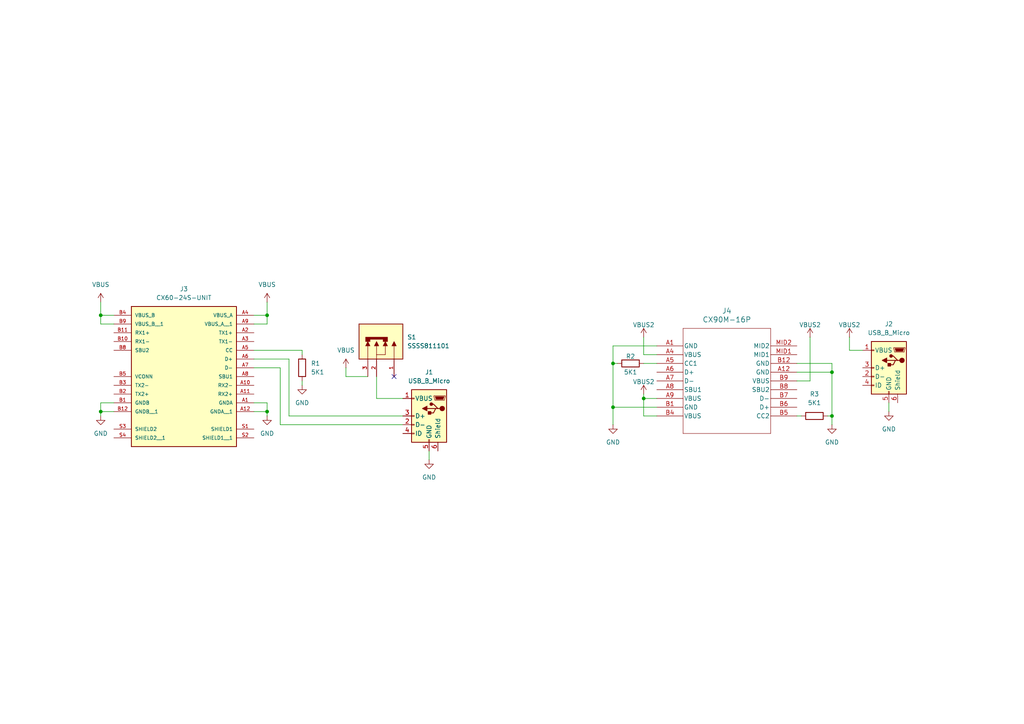
<source format=kicad_sch>
(kicad_sch
	(version 20231120)
	(generator "eeschema")
	(generator_version "8.0")
	(uuid "a56cf94f-59e8-489a-b0c7-d248b7aaf880")
	(paper "A4")
	(lib_symbols
		(symbol "2024-11-17_23-35-08:CX90M-16P"
			(pin_names
				(offset 0.254)
			)
			(exclude_from_sim no)
			(in_bom yes)
			(on_board yes)
			(property "Reference" "J"
				(at 20.32 10.16 0)
				(effects
					(font
						(size 1.524 1.524)
					)
				)
			)
			(property "Value" "CX90M-16P"
				(at 20.32 7.62 0)
				(effects
					(font
						(size 1.524 1.524)
					)
				)
			)
			(property "Footprint" "CX90M-16P_HIR"
				(at 0 0 0)
				(effects
					(font
						(size 1.27 1.27)
						(italic yes)
					)
					(hide yes)
				)
			)
			(property "Datasheet" "CX90M-16P"
				(at 0 0 0)
				(effects
					(font
						(size 1.27 1.27)
						(italic yes)
					)
					(hide yes)
				)
			)
			(property "Description" ""
				(at 0 0 0)
				(effects
					(font
						(size 1.27 1.27)
					)
					(hide yes)
				)
			)
			(property "ki_locked" ""
				(at 0 0 0)
				(effects
					(font
						(size 1.27 1.27)
					)
				)
			)
			(property "ki_keywords" "CX90M-16P"
				(at 0 0 0)
				(effects
					(font
						(size 1.27 1.27)
					)
					(hide yes)
				)
			)
			(property "ki_fp_filters" "CX90M-16P_HIR"
				(at 0 0 0)
				(effects
					(font
						(size 1.27 1.27)
					)
					(hide yes)
				)
			)
			(symbol "CX90M-16P_0_1"
				(polyline
					(pts
						(xy 7.62 -25.4) (xy 33.02 -25.4)
					)
					(stroke
						(width 0.127)
						(type default)
					)
					(fill
						(type none)
					)
				)
				(polyline
					(pts
						(xy 7.62 5.08) (xy 7.62 -25.4)
					)
					(stroke
						(width 0.127)
						(type default)
					)
					(fill
						(type none)
					)
				)
				(polyline
					(pts
						(xy 33.02 -25.4) (xy 33.02 5.08)
					)
					(stroke
						(width 0.127)
						(type default)
					)
					(fill
						(type none)
					)
				)
				(polyline
					(pts
						(xy 33.02 5.08) (xy 7.62 5.08)
					)
					(stroke
						(width 0.127)
						(type default)
					)
					(fill
						(type none)
					)
				)
				(pin power_out line
					(at 0 0 0)
					(length 7.62)
					(name "GND"
						(effects
							(font
								(size 1.27 1.27)
							)
						)
					)
					(number "A1"
						(effects
							(font
								(size 1.27 1.27)
							)
						)
					)
				)
				(pin power_out line
					(at 40.64 -7.62 180)
					(length 7.62)
					(name "GND"
						(effects
							(font
								(size 1.27 1.27)
							)
						)
					)
					(number "A12"
						(effects
							(font
								(size 1.27 1.27)
							)
						)
					)
				)
				(pin unspecified line
					(at 0 -2.54 0)
					(length 7.62)
					(name "VBUS"
						(effects
							(font
								(size 1.27 1.27)
							)
						)
					)
					(number "A4"
						(effects
							(font
								(size 1.27 1.27)
							)
						)
					)
				)
				(pin bidirectional line
					(at 0 -5.08 0)
					(length 7.62)
					(name "CC1"
						(effects
							(font
								(size 1.27 1.27)
							)
						)
					)
					(number "A5"
						(effects
							(font
								(size 1.27 1.27)
							)
						)
					)
				)
				(pin unspecified line
					(at 0 -7.62 0)
					(length 7.62)
					(name "D+"
						(effects
							(font
								(size 1.27 1.27)
							)
						)
					)
					(number "A6"
						(effects
							(font
								(size 1.27 1.27)
							)
						)
					)
				)
				(pin bidirectional line
					(at 0 -10.16 0)
					(length 7.62)
					(name "D-"
						(effects
							(font
								(size 1.27 1.27)
							)
						)
					)
					(number "A7"
						(effects
							(font
								(size 1.27 1.27)
							)
						)
					)
				)
				(pin bidirectional line
					(at 0 -12.7 0)
					(length 7.62)
					(name "SBU1"
						(effects
							(font
								(size 1.27 1.27)
							)
						)
					)
					(number "A8"
						(effects
							(font
								(size 1.27 1.27)
							)
						)
					)
				)
				(pin unspecified line
					(at 0 -15.24 0)
					(length 7.62)
					(name "VBUS"
						(effects
							(font
								(size 1.27 1.27)
							)
						)
					)
					(number "A9"
						(effects
							(font
								(size 1.27 1.27)
							)
						)
					)
				)
				(pin power_out line
					(at 0 -17.78 0)
					(length 7.62)
					(name "GND"
						(effects
							(font
								(size 1.27 1.27)
							)
						)
					)
					(number "B1"
						(effects
							(font
								(size 1.27 1.27)
							)
						)
					)
				)
				(pin power_out line
					(at 40.64 -5.08 180)
					(length 7.62)
					(name "GND"
						(effects
							(font
								(size 1.27 1.27)
							)
						)
					)
					(number "B12"
						(effects
							(font
								(size 1.27 1.27)
							)
						)
					)
				)
				(pin unspecified line
					(at 0 -20.32 0)
					(length 7.62)
					(name "VBUS"
						(effects
							(font
								(size 1.27 1.27)
							)
						)
					)
					(number "B4"
						(effects
							(font
								(size 1.27 1.27)
							)
						)
					)
				)
				(pin bidirectional line
					(at 40.64 -20.32 180)
					(length 7.62)
					(name "CC2"
						(effects
							(font
								(size 1.27 1.27)
							)
						)
					)
					(number "B5"
						(effects
							(font
								(size 1.27 1.27)
							)
						)
					)
				)
				(pin unspecified line
					(at 40.64 -17.78 180)
					(length 7.62)
					(name "D+"
						(effects
							(font
								(size 1.27 1.27)
							)
						)
					)
					(number "B6"
						(effects
							(font
								(size 1.27 1.27)
							)
						)
					)
				)
				(pin bidirectional line
					(at 40.64 -15.24 180)
					(length 7.62)
					(name "D-"
						(effects
							(font
								(size 1.27 1.27)
							)
						)
					)
					(number "B7"
						(effects
							(font
								(size 1.27 1.27)
							)
						)
					)
				)
				(pin bidirectional line
					(at 40.64 -12.7 180)
					(length 7.62)
					(name "SBU2"
						(effects
							(font
								(size 1.27 1.27)
							)
						)
					)
					(number "B8"
						(effects
							(font
								(size 1.27 1.27)
							)
						)
					)
				)
				(pin unspecified line
					(at 40.64 -10.16 180)
					(length 7.62)
					(name "VBUS"
						(effects
							(font
								(size 1.27 1.27)
							)
						)
					)
					(number "B9"
						(effects
							(font
								(size 1.27 1.27)
							)
						)
					)
				)
				(pin bidirectional line
					(at 40.64 -2.54 180)
					(length 7.62)
					(name "MID1"
						(effects
							(font
								(size 1.27 1.27)
							)
						)
					)
					(number "MID1"
						(effects
							(font
								(size 1.27 1.27)
							)
						)
					)
				)
				(pin bidirectional line
					(at 40.64 0 180)
					(length 7.62)
					(name "MID2"
						(effects
							(font
								(size 1.27 1.27)
							)
						)
					)
					(number "MID2"
						(effects
							(font
								(size 1.27 1.27)
							)
						)
					)
				)
			)
		)
		(symbol "CX60-24S-UNIT:CX60-24S-UNIT"
			(pin_names
				(offset 1.016)
			)
			(exclude_from_sim no)
			(in_bom yes)
			(on_board yes)
			(property "Reference" "J"
				(at -15.24 16.51 0)
				(effects
					(font
						(size 1.27 1.27)
					)
					(justify left bottom)
				)
			)
			(property "Value" "CX60-24S-UNIT"
				(at -15.24 -26.67 0)
				(effects
					(font
						(size 1.27 1.27)
					)
					(justify left top)
				)
			)
			(property "Footprint" "CX60-24S-UNIT:HIROSE_CX60-24S-UNIT"
				(at 0 0 0)
				(effects
					(font
						(size 1.27 1.27)
					)
					(justify bottom)
					(hide yes)
				)
			)
			(property "Datasheet" ""
				(at 0 0 0)
				(effects
					(font
						(size 1.27 1.27)
					)
					(hide yes)
				)
			)
			(property "Description" ""
				(at 0 0 0)
				(effects
					(font
						(size 1.27 1.27)
					)
					(hide yes)
				)
			)
			(property "PARTREV" "5"
				(at 0 0 0)
				(effects
					(font
						(size 1.27 1.27)
					)
					(justify bottom)
					(hide yes)
				)
			)
			(property "STANDARD" "Manufacturer Recommendations"
				(at 0 0 0)
				(effects
					(font
						(size 1.27 1.27)
					)
					(justify bottom)
					(hide yes)
				)
			)
			(property "MAXIMUM_PACKAGE_HEIGHT" "2.6 mm"
				(at 0 0 0)
				(effects
					(font
						(size 1.27 1.27)
					)
					(justify bottom)
					(hide yes)
				)
			)
			(property "MANUFACTURER" "Hirose"
				(at 0 0 0)
				(effects
					(font
						(size 1.27 1.27)
					)
					(justify bottom)
					(hide yes)
				)
			)
			(symbol "CX60-24S-UNIT_0_0"
				(rectangle
					(start -15.24 -25.4)
					(end 15.24 15.24)
					(stroke
						(width 0.254)
						(type default)
					)
					(fill
						(type background)
					)
				)
				(pin power_in line
					(at -20.32 -12.7 0)
					(length 5.08)
					(name "GNDA"
						(effects
							(font
								(size 1.016 1.016)
							)
						)
					)
					(number "A1"
						(effects
							(font
								(size 1.016 1.016)
							)
						)
					)
				)
				(pin bidirectional line
					(at -20.32 -7.62 0)
					(length 5.08)
					(name "RX2-"
						(effects
							(font
								(size 1.016 1.016)
							)
						)
					)
					(number "A10"
						(effects
							(font
								(size 1.016 1.016)
							)
						)
					)
				)
				(pin bidirectional line
					(at -20.32 -10.16 0)
					(length 5.08)
					(name "RX2+"
						(effects
							(font
								(size 1.016 1.016)
							)
						)
					)
					(number "A11"
						(effects
							(font
								(size 1.016 1.016)
							)
						)
					)
				)
				(pin power_in line
					(at -20.32 -15.24 0)
					(length 5.08)
					(name "GNDA__1"
						(effects
							(font
								(size 1.016 1.016)
							)
						)
					)
					(number "A12"
						(effects
							(font
								(size 1.016 1.016)
							)
						)
					)
				)
				(pin bidirectional line
					(at -20.32 7.62 0)
					(length 5.08)
					(name "TX1+"
						(effects
							(font
								(size 1.016 1.016)
							)
						)
					)
					(number "A2"
						(effects
							(font
								(size 1.016 1.016)
							)
						)
					)
				)
				(pin bidirectional line
					(at -20.32 5.08 0)
					(length 5.08)
					(name "TX1-"
						(effects
							(font
								(size 1.016 1.016)
							)
						)
					)
					(number "A3"
						(effects
							(font
								(size 1.016 1.016)
							)
						)
					)
				)
				(pin power_in line
					(at -20.32 12.7 0)
					(length 5.08)
					(name "VBUS_A"
						(effects
							(font
								(size 1.016 1.016)
							)
						)
					)
					(number "A4"
						(effects
							(font
								(size 1.016 1.016)
							)
						)
					)
				)
				(pin bidirectional line
					(at -20.32 2.54 0)
					(length 5.08)
					(name "CC"
						(effects
							(font
								(size 1.016 1.016)
							)
						)
					)
					(number "A5"
						(effects
							(font
								(size 1.016 1.016)
							)
						)
					)
				)
				(pin bidirectional line
					(at -20.32 0 0)
					(length 5.08)
					(name "D+"
						(effects
							(font
								(size 1.016 1.016)
							)
						)
					)
					(number "A6"
						(effects
							(font
								(size 1.016 1.016)
							)
						)
					)
				)
				(pin bidirectional line
					(at -20.32 -2.54 0)
					(length 5.08)
					(name "D-"
						(effects
							(font
								(size 1.016 1.016)
							)
						)
					)
					(number "A7"
						(effects
							(font
								(size 1.016 1.016)
							)
						)
					)
				)
				(pin bidirectional line
					(at -20.32 -5.08 0)
					(length 5.08)
					(name "SBU1"
						(effects
							(font
								(size 1.016 1.016)
							)
						)
					)
					(number "A8"
						(effects
							(font
								(size 1.016 1.016)
							)
						)
					)
				)
				(pin power_in line
					(at -20.32 10.16 0)
					(length 5.08)
					(name "VBUS_A__1"
						(effects
							(font
								(size 1.016 1.016)
							)
						)
					)
					(number "A9"
						(effects
							(font
								(size 1.016 1.016)
							)
						)
					)
				)
				(pin power_in line
					(at 20.32 -12.7 180)
					(length 5.08)
					(name "GNDB"
						(effects
							(font
								(size 1.016 1.016)
							)
						)
					)
					(number "B1"
						(effects
							(font
								(size 1.016 1.016)
							)
						)
					)
				)
				(pin bidirectional line
					(at 20.32 5.08 180)
					(length 5.08)
					(name "RX1-"
						(effects
							(font
								(size 1.016 1.016)
							)
						)
					)
					(number "B10"
						(effects
							(font
								(size 1.016 1.016)
							)
						)
					)
				)
				(pin bidirectional line
					(at 20.32 7.62 180)
					(length 5.08)
					(name "RX1+"
						(effects
							(font
								(size 1.016 1.016)
							)
						)
					)
					(number "B11"
						(effects
							(font
								(size 1.016 1.016)
							)
						)
					)
				)
				(pin power_in line
					(at 20.32 -15.24 180)
					(length 5.08)
					(name "GNDB__1"
						(effects
							(font
								(size 1.016 1.016)
							)
						)
					)
					(number "B12"
						(effects
							(font
								(size 1.016 1.016)
							)
						)
					)
				)
				(pin bidirectional line
					(at 20.32 -10.16 180)
					(length 5.08)
					(name "TX2+"
						(effects
							(font
								(size 1.016 1.016)
							)
						)
					)
					(number "B2"
						(effects
							(font
								(size 1.016 1.016)
							)
						)
					)
				)
				(pin bidirectional line
					(at 20.32 -7.62 180)
					(length 5.08)
					(name "TX2-"
						(effects
							(font
								(size 1.016 1.016)
							)
						)
					)
					(number "B3"
						(effects
							(font
								(size 1.016 1.016)
							)
						)
					)
				)
				(pin power_in line
					(at 20.32 12.7 180)
					(length 5.08)
					(name "VBUS_B"
						(effects
							(font
								(size 1.016 1.016)
							)
						)
					)
					(number "B4"
						(effects
							(font
								(size 1.016 1.016)
							)
						)
					)
				)
				(pin bidirectional line
					(at 20.32 -5.08 180)
					(length 5.08)
					(name "VCONN"
						(effects
							(font
								(size 1.016 1.016)
							)
						)
					)
					(number "B5"
						(effects
							(font
								(size 1.016 1.016)
							)
						)
					)
				)
				(pin bidirectional line
					(at 20.32 2.54 180)
					(length 5.08)
					(name "SBU2"
						(effects
							(font
								(size 1.016 1.016)
							)
						)
					)
					(number "B8"
						(effects
							(font
								(size 1.016 1.016)
							)
						)
					)
				)
				(pin power_in line
					(at 20.32 10.16 180)
					(length 5.08)
					(name "VBUS_B__1"
						(effects
							(font
								(size 1.016 1.016)
							)
						)
					)
					(number "B9"
						(effects
							(font
								(size 1.016 1.016)
							)
						)
					)
				)
				(pin passive line
					(at -20.32 -20.32 0)
					(length 5.08)
					(name "SHIELD1"
						(effects
							(font
								(size 1.016 1.016)
							)
						)
					)
					(number "S1"
						(effects
							(font
								(size 1.016 1.016)
							)
						)
					)
				)
				(pin passive line
					(at -20.32 -22.86 0)
					(length 5.08)
					(name "SHIELD1__1"
						(effects
							(font
								(size 1.016 1.016)
							)
						)
					)
					(number "S2"
						(effects
							(font
								(size 1.016 1.016)
							)
						)
					)
				)
				(pin passive line
					(at 20.32 -20.32 180)
					(length 5.08)
					(name "SHIELD2"
						(effects
							(font
								(size 1.016 1.016)
							)
						)
					)
					(number "S3"
						(effects
							(font
								(size 1.016 1.016)
							)
						)
					)
				)
				(pin passive line
					(at 20.32 -22.86 180)
					(length 5.08)
					(name "SHIELD2__1"
						(effects
							(font
								(size 1.016 1.016)
							)
						)
					)
					(number "S4"
						(effects
							(font
								(size 1.016 1.016)
							)
						)
					)
				)
			)
		)
		(symbol "Connector:USB_B_Micro"
			(pin_names
				(offset 1.016)
			)
			(exclude_from_sim no)
			(in_bom yes)
			(on_board yes)
			(property "Reference" "J"
				(at -5.08 11.43 0)
				(effects
					(font
						(size 1.27 1.27)
					)
					(justify left)
				)
			)
			(property "Value" "USB_B_Micro"
				(at -5.08 8.89 0)
				(effects
					(font
						(size 1.27 1.27)
					)
					(justify left)
				)
			)
			(property "Footprint" ""
				(at 3.81 -1.27 0)
				(effects
					(font
						(size 1.27 1.27)
					)
					(hide yes)
				)
			)
			(property "Datasheet" "~"
				(at 3.81 -1.27 0)
				(effects
					(font
						(size 1.27 1.27)
					)
					(hide yes)
				)
			)
			(property "Description" "USB Micro Type B connector"
				(at 0 0 0)
				(effects
					(font
						(size 1.27 1.27)
					)
					(hide yes)
				)
			)
			(property "ki_keywords" "connector USB micro"
				(at 0 0 0)
				(effects
					(font
						(size 1.27 1.27)
					)
					(hide yes)
				)
			)
			(property "ki_fp_filters" "USB*"
				(at 0 0 0)
				(effects
					(font
						(size 1.27 1.27)
					)
					(hide yes)
				)
			)
			(symbol "USB_B_Micro_0_1"
				(rectangle
					(start -5.08 -7.62)
					(end 5.08 7.62)
					(stroke
						(width 0.254)
						(type default)
					)
					(fill
						(type background)
					)
				)
				(circle
					(center -3.81 2.159)
					(radius 0.635)
					(stroke
						(width 0.254)
						(type default)
					)
					(fill
						(type outline)
					)
				)
				(circle
					(center -0.635 3.429)
					(radius 0.381)
					(stroke
						(width 0.254)
						(type default)
					)
					(fill
						(type outline)
					)
				)
				(rectangle
					(start -0.127 -7.62)
					(end 0.127 -6.858)
					(stroke
						(width 0)
						(type default)
					)
					(fill
						(type none)
					)
				)
				(polyline
					(pts
						(xy -1.905 2.159) (xy 0.635 2.159)
					)
					(stroke
						(width 0.254)
						(type default)
					)
					(fill
						(type none)
					)
				)
				(polyline
					(pts
						(xy -3.175 2.159) (xy -2.54 2.159) (xy -1.27 3.429) (xy -0.635 3.429)
					)
					(stroke
						(width 0.254)
						(type default)
					)
					(fill
						(type none)
					)
				)
				(polyline
					(pts
						(xy -2.54 2.159) (xy -1.905 2.159) (xy -1.27 0.889) (xy 0 0.889)
					)
					(stroke
						(width 0.254)
						(type default)
					)
					(fill
						(type none)
					)
				)
				(polyline
					(pts
						(xy 0.635 2.794) (xy 0.635 1.524) (xy 1.905 2.159) (xy 0.635 2.794)
					)
					(stroke
						(width 0.254)
						(type default)
					)
					(fill
						(type outline)
					)
				)
				(polyline
					(pts
						(xy -4.318 5.588) (xy -1.778 5.588) (xy -2.032 4.826) (xy -4.064 4.826) (xy -4.318 5.588)
					)
					(stroke
						(width 0)
						(type default)
					)
					(fill
						(type outline)
					)
				)
				(polyline
					(pts
						(xy -4.699 5.842) (xy -4.699 5.588) (xy -4.445 4.826) (xy -4.445 4.572) (xy -1.651 4.572) (xy -1.651 4.826)
						(xy -1.397 5.588) (xy -1.397 5.842) (xy -4.699 5.842)
					)
					(stroke
						(width 0)
						(type default)
					)
					(fill
						(type none)
					)
				)
				(rectangle
					(start 0.254 1.27)
					(end -0.508 0.508)
					(stroke
						(width 0.254)
						(type default)
					)
					(fill
						(type outline)
					)
				)
				(rectangle
					(start 5.08 -5.207)
					(end 4.318 -4.953)
					(stroke
						(width 0)
						(type default)
					)
					(fill
						(type none)
					)
				)
				(rectangle
					(start 5.08 -2.667)
					(end 4.318 -2.413)
					(stroke
						(width 0)
						(type default)
					)
					(fill
						(type none)
					)
				)
				(rectangle
					(start 5.08 -0.127)
					(end 4.318 0.127)
					(stroke
						(width 0)
						(type default)
					)
					(fill
						(type none)
					)
				)
				(rectangle
					(start 5.08 4.953)
					(end 4.318 5.207)
					(stroke
						(width 0)
						(type default)
					)
					(fill
						(type none)
					)
				)
			)
			(symbol "USB_B_Micro_1_1"
				(pin power_out line
					(at 7.62 5.08 180)
					(length 2.54)
					(name "VBUS"
						(effects
							(font
								(size 1.27 1.27)
							)
						)
					)
					(number "1"
						(effects
							(font
								(size 1.27 1.27)
							)
						)
					)
				)
				(pin bidirectional line
					(at 7.62 -2.54 180)
					(length 2.54)
					(name "D-"
						(effects
							(font
								(size 1.27 1.27)
							)
						)
					)
					(number "2"
						(effects
							(font
								(size 1.27 1.27)
							)
						)
					)
				)
				(pin bidirectional line
					(at 7.62 0 180)
					(length 2.54)
					(name "D+"
						(effects
							(font
								(size 1.27 1.27)
							)
						)
					)
					(number "3"
						(effects
							(font
								(size 1.27 1.27)
							)
						)
					)
				)
				(pin passive line
					(at 7.62 -5.08 180)
					(length 2.54)
					(name "ID"
						(effects
							(font
								(size 1.27 1.27)
							)
						)
					)
					(number "4"
						(effects
							(font
								(size 1.27 1.27)
							)
						)
					)
				)
				(pin power_out line
					(at 0 -10.16 90)
					(length 2.54)
					(name "GND"
						(effects
							(font
								(size 1.27 1.27)
							)
						)
					)
					(number "5"
						(effects
							(font
								(size 1.27 1.27)
							)
						)
					)
				)
				(pin passive line
					(at -2.54 -10.16 90)
					(length 2.54)
					(name "Shield"
						(effects
							(font
								(size 1.27 1.27)
							)
						)
					)
					(number "6"
						(effects
							(font
								(size 1.27 1.27)
							)
						)
					)
				)
			)
		)
		(symbol "Device:R"
			(pin_numbers hide)
			(pin_names
				(offset 0)
			)
			(exclude_from_sim no)
			(in_bom yes)
			(on_board yes)
			(property "Reference" "R"
				(at 2.032 0 90)
				(effects
					(font
						(size 1.27 1.27)
					)
				)
			)
			(property "Value" "R"
				(at 0 0 90)
				(effects
					(font
						(size 1.27 1.27)
					)
				)
			)
			(property "Footprint" ""
				(at -1.778 0 90)
				(effects
					(font
						(size 1.27 1.27)
					)
					(hide yes)
				)
			)
			(property "Datasheet" "~"
				(at 0 0 0)
				(effects
					(font
						(size 1.27 1.27)
					)
					(hide yes)
				)
			)
			(property "Description" "Resistor"
				(at 0 0 0)
				(effects
					(font
						(size 1.27 1.27)
					)
					(hide yes)
				)
			)
			(property "ki_keywords" "R res resistor"
				(at 0 0 0)
				(effects
					(font
						(size 1.27 1.27)
					)
					(hide yes)
				)
			)
			(property "ki_fp_filters" "R_*"
				(at 0 0 0)
				(effects
					(font
						(size 1.27 1.27)
					)
					(hide yes)
				)
			)
			(symbol "R_0_1"
				(rectangle
					(start -1.016 -2.54)
					(end 1.016 2.54)
					(stroke
						(width 0.254)
						(type default)
					)
					(fill
						(type none)
					)
				)
			)
			(symbol "R_1_1"
				(pin passive line
					(at 0 3.81 270)
					(length 1.27)
					(name "~"
						(effects
							(font
								(size 1.27 1.27)
							)
						)
					)
					(number "1"
						(effects
							(font
								(size 1.27 1.27)
							)
						)
					)
				)
				(pin passive line
					(at 0 -3.81 90)
					(length 1.27)
					(name "~"
						(effects
							(font
								(size 1.27 1.27)
							)
						)
					)
					(number "2"
						(effects
							(font
								(size 1.27 1.27)
							)
						)
					)
				)
			)
		)
		(symbol "SSSS811101:SSSS811101"
			(pin_names
				(offset 1.016)
			)
			(exclude_from_sim no)
			(in_bom yes)
			(on_board yes)
			(property "Reference" "S"
				(at -5.08 5.715 0)
				(effects
					(font
						(size 1.27 1.27)
					)
					(justify left bottom)
				)
			)
			(property "Value" "SSSS811101"
				(at -5.08 -10.16 0)
				(effects
					(font
						(size 1.27 1.27)
					)
					(justify left bottom)
				)
			)
			(property "Footprint" "SSSS811101:SW_SSSS811101"
				(at 0 0 0)
				(effects
					(font
						(size 1.27 1.27)
					)
					(justify bottom)
					(hide yes)
				)
			)
			(property "Datasheet" ""
				(at 0 0 0)
				(effects
					(font
						(size 1.27 1.27)
					)
					(hide yes)
				)
			)
			(property "Description" ""
				(at 0 0 0)
				(effects
					(font
						(size 1.27 1.27)
					)
					(hide yes)
				)
			)
			(property "PARTREV" "N/A"
				(at 0 0 0)
				(effects
					(font
						(size 1.27 1.27)
					)
					(justify bottom)
					(hide yes)
				)
			)
			(property "STANDARD" "Manufacturer Recommendations"
				(at 0 0 0)
				(effects
					(font
						(size 1.27 1.27)
					)
					(justify bottom)
					(hide yes)
				)
			)
			(property "MAXIMUM_PACKAGE_HEIGHT" "1.60 mm"
				(at 0 0 0)
				(effects
					(font
						(size 1.27 1.27)
					)
					(justify bottom)
					(hide yes)
				)
			)
			(property "MANUFACTURER" "ALPS"
				(at 0 0 0)
				(effects
					(font
						(size 1.27 1.27)
					)
					(justify bottom)
					(hide yes)
				)
			)
			(symbol "SSSS811101_0_0"
				(rectangle
					(start -5.08 -7.62)
					(end 5.08 5.08)
					(stroke
						(width 0.254)
						(type default)
					)
					(fill
						(type background)
					)
				)
				(polyline
					(pts
						(xy 3.81 -2.54) (xy 1.27 -2.54)
					)
					(stroke
						(width 0.1524)
						(type default)
					)
					(fill
						(type none)
					)
				)
				(polyline
					(pts
						(xy 3.81 0) (xy 1.27 0)
					)
					(stroke
						(width 0.1524)
						(type default)
					)
					(fill
						(type none)
					)
				)
				(polyline
					(pts
						(xy 3.81 0) (xy 3.81 -2.54)
					)
					(stroke
						(width 0.1524)
						(type default)
					)
					(fill
						(type none)
					)
				)
				(polyline
					(pts
						(xy 5.08 -5.08) (xy 1.27 -5.08)
					)
					(stroke
						(width 0.1524)
						(type default)
					)
					(fill
						(type none)
					)
				)
				(polyline
					(pts
						(xy 5.08 -2.54) (xy 3.81 -2.54)
					)
					(stroke
						(width 0.1524)
						(type default)
					)
					(fill
						(type none)
					)
				)
				(polyline
					(pts
						(xy 5.08 2.54) (xy 1.27 2.54)
					)
					(stroke
						(width 0.1524)
						(type default)
					)
					(fill
						(type none)
					)
				)
				(polyline
					(pts
						(xy 1.27 -5.715) (xy 1.27 -4.445) (xy 0 -5.08) (xy 1.27 -5.715)
					)
					(stroke
						(width 0.1524)
						(type default)
					)
					(fill
						(type outline)
					)
				)
				(polyline
					(pts
						(xy 1.27 -3.175) (xy 1.27 -1.905) (xy 0 -2.54) (xy 1.27 -3.175)
					)
					(stroke
						(width 0.1524)
						(type default)
					)
					(fill
						(type outline)
					)
				)
				(polyline
					(pts
						(xy 1.27 -0.635) (xy 1.27 0.635) (xy 0 0) (xy 1.27 -0.635)
					)
					(stroke
						(width 0.1524)
						(type default)
					)
					(fill
						(type outline)
					)
				)
				(polyline
					(pts
						(xy 1.27 1.905) (xy 1.27 3.175) (xy 0 2.54) (xy 1.27 1.905)
					)
					(stroke
						(width 0.1524)
						(type default)
					)
					(fill
						(type outline)
					)
				)
				(polyline
					(pts
						(xy 0 -4.445) (xy 0 -5.715) (xy -1.27 -5.715) (xy -1.27 0.635) (xy 0 0.635) (xy 0 -0.635) (xy -0.635 -0.635)
						(xy -0.635 -4.445) (xy 0 -4.445)
					)
					(stroke
						(width 0.1524)
						(type default)
					)
					(fill
						(type outline)
					)
				)
				(pin passive line
					(at 10.16 2.54 180)
					(length 5.08)
					(name "~"
						(effects
							(font
								(size 1.016 1.016)
							)
						)
					)
					(number "1"
						(effects
							(font
								(size 1.016 1.016)
							)
						)
					)
				)
				(pin passive line
					(at 10.16 -2.54 180)
					(length 5.08)
					(name "~"
						(effects
							(font
								(size 1.016 1.016)
							)
						)
					)
					(number "2"
						(effects
							(font
								(size 1.016 1.016)
							)
						)
					)
				)
				(pin passive line
					(at 10.16 -5.08 180)
					(length 5.08)
					(name "~"
						(effects
							(font
								(size 1.016 1.016)
							)
						)
					)
					(number "3"
						(effects
							(font
								(size 1.016 1.016)
							)
						)
					)
				)
			)
		)
		(symbol "power:GND"
			(power)
			(pin_numbers hide)
			(pin_names
				(offset 0) hide)
			(exclude_from_sim no)
			(in_bom yes)
			(on_board yes)
			(property "Reference" "#PWR"
				(at 0 -6.35 0)
				(effects
					(font
						(size 1.27 1.27)
					)
					(hide yes)
				)
			)
			(property "Value" "GND"
				(at 0 -3.81 0)
				(effects
					(font
						(size 1.27 1.27)
					)
				)
			)
			(property "Footprint" ""
				(at 0 0 0)
				(effects
					(font
						(size 1.27 1.27)
					)
					(hide yes)
				)
			)
			(property "Datasheet" ""
				(at 0 0 0)
				(effects
					(font
						(size 1.27 1.27)
					)
					(hide yes)
				)
			)
			(property "Description" "Power symbol creates a global label with name \"GND\" , ground"
				(at 0 0 0)
				(effects
					(font
						(size 1.27 1.27)
					)
					(hide yes)
				)
			)
			(property "ki_keywords" "global power"
				(at 0 0 0)
				(effects
					(font
						(size 1.27 1.27)
					)
					(hide yes)
				)
			)
			(symbol "GND_0_1"
				(polyline
					(pts
						(xy 0 0) (xy 0 -1.27) (xy 1.27 -1.27) (xy 0 -2.54) (xy -1.27 -1.27) (xy 0 -1.27)
					)
					(stroke
						(width 0)
						(type default)
					)
					(fill
						(type none)
					)
				)
			)
			(symbol "GND_1_1"
				(pin power_in line
					(at 0 0 270)
					(length 0)
					(name "~"
						(effects
							(font
								(size 1.27 1.27)
							)
						)
					)
					(number "1"
						(effects
							(font
								(size 1.27 1.27)
							)
						)
					)
				)
			)
		)
		(symbol "power:VBUS"
			(power)
			(pin_numbers hide)
			(pin_names
				(offset 0) hide)
			(exclude_from_sim no)
			(in_bom yes)
			(on_board yes)
			(property "Reference" "#PWR"
				(at 0 -3.81 0)
				(effects
					(font
						(size 1.27 1.27)
					)
					(hide yes)
				)
			)
			(property "Value" "VBUS"
				(at 0 3.556 0)
				(effects
					(font
						(size 1.27 1.27)
					)
				)
			)
			(property "Footprint" ""
				(at 0 0 0)
				(effects
					(font
						(size 1.27 1.27)
					)
					(hide yes)
				)
			)
			(property "Datasheet" ""
				(at 0 0 0)
				(effects
					(font
						(size 1.27 1.27)
					)
					(hide yes)
				)
			)
			(property "Description" "Power symbol creates a global label with name \"VBUS\""
				(at 0 0 0)
				(effects
					(font
						(size 1.27 1.27)
					)
					(hide yes)
				)
			)
			(property "ki_keywords" "global power"
				(at 0 0 0)
				(effects
					(font
						(size 1.27 1.27)
					)
					(hide yes)
				)
			)
			(symbol "VBUS_0_1"
				(polyline
					(pts
						(xy -0.762 1.27) (xy 0 2.54)
					)
					(stroke
						(width 0)
						(type default)
					)
					(fill
						(type none)
					)
				)
				(polyline
					(pts
						(xy 0 0) (xy 0 2.54)
					)
					(stroke
						(width 0)
						(type default)
					)
					(fill
						(type none)
					)
				)
				(polyline
					(pts
						(xy 0 2.54) (xy 0.762 1.27)
					)
					(stroke
						(width 0)
						(type default)
					)
					(fill
						(type none)
					)
				)
			)
			(symbol "VBUS_1_1"
				(pin power_in line
					(at 0 0 90)
					(length 0)
					(name "~"
						(effects
							(font
								(size 1.27 1.27)
							)
						)
					)
					(number "1"
						(effects
							(font
								(size 1.27 1.27)
							)
						)
					)
				)
			)
		)
	)
	(junction
		(at 29.21 91.44)
		(diameter 0)
		(color 0 0 0 0)
		(uuid "09a130dd-a2dd-4574-8866-dc9ef8c6bb4a")
	)
	(junction
		(at 177.8 105.41)
		(diameter 0)
		(color 0 0 0 0)
		(uuid "14236657-62b7-4864-af90-7be0b28faa8d")
	)
	(junction
		(at 241.3 120.65)
		(diameter 0)
		(color 0 0 0 0)
		(uuid "3023acce-f846-41d1-8e68-c29ea03298d0")
	)
	(junction
		(at 241.3 107.95)
		(diameter 0)
		(color 0 0 0 0)
		(uuid "3ad1f744-5c14-4005-aadb-a08c4d13094c")
	)
	(junction
		(at 186.69 115.57)
		(diameter 0)
		(color 0 0 0 0)
		(uuid "6dd8e097-9617-41f4-9961-9b594cd3fbe0")
	)
	(junction
		(at 29.21 119.38)
		(diameter 0)
		(color 0 0 0 0)
		(uuid "921b6742-de0a-482d-b65c-197da80fce88")
	)
	(junction
		(at 177.8 118.11)
		(diameter 0)
		(color 0 0 0 0)
		(uuid "a0514923-b383-4884-9a51-76c50b9ae899")
	)
	(junction
		(at 77.47 91.44)
		(diameter 0)
		(color 0 0 0 0)
		(uuid "abac7b36-ded6-484f-8838-556133aaa2c6")
	)
	(junction
		(at 77.47 119.38)
		(diameter 0)
		(color 0 0 0 0)
		(uuid "c4f89aae-c4d3-45bc-b2a0-4443471d2b45")
	)
	(no_connect
		(at 114.3 109.22)
		(uuid "e1b49bbc-8701-46ad-bdcd-9358b2b369b0")
	)
	(wire
		(pts
			(xy 246.38 97.79) (xy 246.38 101.6)
		)
		(stroke
			(width 0)
			(type default)
		)
		(uuid "033b1f52-9cd9-40a9-8668-a0031652d246")
	)
	(wire
		(pts
			(xy 246.38 101.6) (xy 250.19 101.6)
		)
		(stroke
			(width 0)
			(type default)
		)
		(uuid "05394ca3-890e-4754-bedc-1764a8a85e36")
	)
	(wire
		(pts
			(xy 177.8 105.41) (xy 177.8 118.11)
		)
		(stroke
			(width 0)
			(type default)
		)
		(uuid "11db0c5a-646a-4794-83a6-8f24833f87df")
	)
	(wire
		(pts
			(xy 186.69 120.65) (xy 190.5 120.65)
		)
		(stroke
			(width 0)
			(type default)
		)
		(uuid "1761205f-12d6-465f-af58-0c2368978508")
	)
	(wire
		(pts
			(xy 231.14 105.41) (xy 241.3 105.41)
		)
		(stroke
			(width 0)
			(type default)
		)
		(uuid "1b74aa1f-f532-4100-9975-8a175b5600ed")
	)
	(wire
		(pts
			(xy 77.47 87.63) (xy 77.47 91.44)
		)
		(stroke
			(width 0)
			(type default)
		)
		(uuid "1de824f2-3872-4107-930c-740e9384b88d")
	)
	(wire
		(pts
			(xy 29.21 91.44) (xy 33.02 91.44)
		)
		(stroke
			(width 0)
			(type default)
		)
		(uuid "241a144d-2f30-4295-bd76-595935f7b417")
	)
	(wire
		(pts
			(xy 241.3 120.65) (xy 241.3 123.19)
		)
		(stroke
			(width 0)
			(type default)
		)
		(uuid "266be1d8-fa89-461e-a4e3-55932af46733")
	)
	(wire
		(pts
			(xy 177.8 118.11) (xy 177.8 123.19)
		)
		(stroke
			(width 0)
			(type default)
		)
		(uuid "2830b11e-207e-419c-a6ee-ceb54b787d4f")
	)
	(wire
		(pts
			(xy 77.47 93.98) (xy 77.47 91.44)
		)
		(stroke
			(width 0)
			(type default)
		)
		(uuid "286e5d20-b2d8-4a93-aff6-1ab05de67e55")
	)
	(wire
		(pts
			(xy 33.02 119.38) (xy 29.21 119.38)
		)
		(stroke
			(width 0)
			(type default)
		)
		(uuid "40c09683-6cc6-4bd4-a3bb-dec3fea30ba4")
	)
	(wire
		(pts
			(xy 257.81 116.84) (xy 257.81 119.38)
		)
		(stroke
			(width 0)
			(type default)
		)
		(uuid "443f6a8b-7fd2-4097-b13c-842310cd3db6")
	)
	(wire
		(pts
			(xy 87.63 102.87) (xy 87.63 101.6)
		)
		(stroke
			(width 0)
			(type default)
		)
		(uuid "49ae2b90-5b90-458b-ab63-25de5fee8771")
	)
	(wire
		(pts
			(xy 33.02 93.98) (xy 29.21 93.98)
		)
		(stroke
			(width 0)
			(type default)
		)
		(uuid "4bf03b19-4171-4222-93c1-a8a1368f156c")
	)
	(wire
		(pts
			(xy 29.21 93.98) (xy 29.21 91.44)
		)
		(stroke
			(width 0)
			(type default)
		)
		(uuid "4dd9bdbe-982d-4fc1-a975-00f320b59b29")
	)
	(wire
		(pts
			(xy 100.33 109.22) (xy 106.68 109.22)
		)
		(stroke
			(width 0)
			(type default)
		)
		(uuid "5116f381-ea67-4ef4-a1f9-89669668bfd9")
	)
	(wire
		(pts
			(xy 186.69 114.3) (xy 186.69 115.57)
		)
		(stroke
			(width 0)
			(type default)
		)
		(uuid "52d2f384-2667-4594-8750-44b78a3a3634")
	)
	(wire
		(pts
			(xy 29.21 87.63) (xy 29.21 91.44)
		)
		(stroke
			(width 0)
			(type default)
		)
		(uuid "533689a7-b2ec-4cb6-bc78-00857f4cbbeb")
	)
	(wire
		(pts
			(xy 124.46 130.81) (xy 124.46 133.35)
		)
		(stroke
			(width 0)
			(type default)
		)
		(uuid "593a2a04-91c9-4f05-8574-598cfc6e0e17")
	)
	(wire
		(pts
			(xy 109.22 109.22) (xy 109.22 115.57)
		)
		(stroke
			(width 0)
			(type default)
		)
		(uuid "5bfc294c-64a9-4757-bc38-0cef2c738c18")
	)
	(wire
		(pts
			(xy 29.21 119.38) (xy 29.21 120.65)
		)
		(stroke
			(width 0)
			(type default)
		)
		(uuid "5dfdac96-1a40-4f05-aea4-6feef445256d")
	)
	(wire
		(pts
			(xy 177.8 100.33) (xy 177.8 105.41)
		)
		(stroke
			(width 0)
			(type default)
		)
		(uuid "601bd0e4-d32a-4276-bc2d-ce458e9091a3")
	)
	(wire
		(pts
			(xy 231.14 107.95) (xy 241.3 107.95)
		)
		(stroke
			(width 0)
			(type default)
		)
		(uuid "61a5c317-f976-46bd-9d02-7a1acc3aad1f")
	)
	(wire
		(pts
			(xy 33.02 116.84) (xy 29.21 116.84)
		)
		(stroke
			(width 0)
			(type default)
		)
		(uuid "63a893e3-83fc-4eff-a1f5-e248d9576e1c")
	)
	(wire
		(pts
			(xy 73.66 119.38) (xy 77.47 119.38)
		)
		(stroke
			(width 0)
			(type default)
		)
		(uuid "6df5f444-81f9-4edc-b3de-3f8c1b19c739")
	)
	(wire
		(pts
			(xy 83.82 120.65) (xy 116.84 120.65)
		)
		(stroke
			(width 0)
			(type default)
		)
		(uuid "74b2a7b4-6fc4-4f0f-b5e7-2f89ca509dc9")
	)
	(wire
		(pts
			(xy 29.21 116.84) (xy 29.21 119.38)
		)
		(stroke
			(width 0)
			(type default)
		)
		(uuid "76383e52-8bcd-41a1-948d-8fa60de01377")
	)
	(wire
		(pts
			(xy 73.66 104.14) (xy 83.82 104.14)
		)
		(stroke
			(width 0)
			(type default)
		)
		(uuid "76ef7586-3608-44a4-8e21-af0a8b6b660a")
	)
	(wire
		(pts
			(xy 73.66 91.44) (xy 77.47 91.44)
		)
		(stroke
			(width 0)
			(type default)
		)
		(uuid "77b9f058-b675-4ee5-8b02-afdc7c5e26fb")
	)
	(wire
		(pts
			(xy 234.95 110.49) (xy 234.95 97.79)
		)
		(stroke
			(width 0)
			(type default)
		)
		(uuid "7a819dd3-e91e-4479-8746-0b598f215c11")
	)
	(wire
		(pts
			(xy 73.66 93.98) (xy 77.47 93.98)
		)
		(stroke
			(width 0)
			(type default)
		)
		(uuid "846b4320-7306-471c-8c48-075c417d4d3c")
	)
	(wire
		(pts
			(xy 77.47 116.84) (xy 73.66 116.84)
		)
		(stroke
			(width 0)
			(type default)
		)
		(uuid "861c511e-b1d2-4ac5-a0e6-48264cc52996")
	)
	(wire
		(pts
			(xy 87.63 101.6) (xy 73.66 101.6)
		)
		(stroke
			(width 0)
			(type default)
		)
		(uuid "8fa65070-6783-45a9-b7b7-3c5173916246")
	)
	(wire
		(pts
			(xy 241.3 105.41) (xy 241.3 107.95)
		)
		(stroke
			(width 0)
			(type default)
		)
		(uuid "98280bba-60d8-4f40-969a-e7cc1e4e6488")
	)
	(wire
		(pts
			(xy 177.8 100.33) (xy 190.5 100.33)
		)
		(stroke
			(width 0)
			(type default)
		)
		(uuid "9a733db5-e7c5-4d7f-bf83-0c5033b6f3e0")
	)
	(wire
		(pts
			(xy 186.69 115.57) (xy 186.69 120.65)
		)
		(stroke
			(width 0)
			(type default)
		)
		(uuid "9b05b595-dc44-46d1-9eef-dd7e10a850df")
	)
	(wire
		(pts
			(xy 232.41 120.65) (xy 231.14 120.65)
		)
		(stroke
			(width 0)
			(type default)
		)
		(uuid "a785df99-c1cb-4458-8c4a-9a77ad0d0181")
	)
	(wire
		(pts
			(xy 87.63 110.49) (xy 87.63 111.76)
		)
		(stroke
			(width 0)
			(type default)
		)
		(uuid "aa94b722-40f4-4fc6-a6e6-4ef9e1538e4b")
	)
	(wire
		(pts
			(xy 116.84 123.19) (xy 81.28 123.19)
		)
		(stroke
			(width 0)
			(type default)
		)
		(uuid "b02e69f7-2dff-49bd-9908-0028a68439a8")
	)
	(wire
		(pts
			(xy 240.03 120.65) (xy 241.3 120.65)
		)
		(stroke
			(width 0)
			(type default)
		)
		(uuid "b143d1da-8c96-4bb7-a05e-10c3cd475092")
	)
	(wire
		(pts
			(xy 186.69 102.87) (xy 190.5 102.87)
		)
		(stroke
			(width 0)
			(type default)
		)
		(uuid "b166bd5a-84df-4a41-9957-feff9b8d99c4")
	)
	(wire
		(pts
			(xy 100.33 106.68) (xy 100.33 109.22)
		)
		(stroke
			(width 0)
			(type default)
		)
		(uuid "b865c0cf-a952-4e2b-ae6a-78ac96ddcba0")
	)
	(wire
		(pts
			(xy 109.22 115.57) (xy 116.84 115.57)
		)
		(stroke
			(width 0)
			(type default)
		)
		(uuid "bdd0976e-4f50-4b13-a8d6-01a2aae07a6e")
	)
	(wire
		(pts
			(xy 81.28 123.19) (xy 81.28 106.68)
		)
		(stroke
			(width 0)
			(type default)
		)
		(uuid "c20eff7a-ecd5-4859-a67e-a4b7d499af5b")
	)
	(wire
		(pts
			(xy 186.69 115.57) (xy 190.5 115.57)
		)
		(stroke
			(width 0)
			(type default)
		)
		(uuid "c3e13e4b-1712-4429-9269-a4d5d4ceeee7")
	)
	(wire
		(pts
			(xy 83.82 104.14) (xy 83.82 120.65)
		)
		(stroke
			(width 0)
			(type default)
		)
		(uuid "c491e8ae-3f49-4319-8ba3-5bff7999bf22")
	)
	(wire
		(pts
			(xy 190.5 105.41) (xy 186.69 105.41)
		)
		(stroke
			(width 0)
			(type default)
		)
		(uuid "c5985e2d-6765-4927-8f78-32af5641797e")
	)
	(wire
		(pts
			(xy 77.47 119.38) (xy 77.47 116.84)
		)
		(stroke
			(width 0)
			(type default)
		)
		(uuid "c93eabea-d6ea-4dbc-bd5c-af20cf6b1aa5")
	)
	(wire
		(pts
			(xy 177.8 118.11) (xy 190.5 118.11)
		)
		(stroke
			(width 0)
			(type default)
		)
		(uuid "cf057fb8-00b5-4e32-b1e9-4a8a84a81b59")
	)
	(wire
		(pts
			(xy 77.47 120.65) (xy 77.47 119.38)
		)
		(stroke
			(width 0)
			(type default)
		)
		(uuid "df3015cc-a421-490e-98fc-f9aad501823b")
	)
	(wire
		(pts
			(xy 241.3 107.95) (xy 241.3 120.65)
		)
		(stroke
			(width 0)
			(type default)
		)
		(uuid "e6f4f661-04de-4126-a43d-c6d0ead61523")
	)
	(wire
		(pts
			(xy 231.14 110.49) (xy 234.95 110.49)
		)
		(stroke
			(width 0)
			(type default)
		)
		(uuid "edc2dd5c-92b1-41bd-9a0c-ad9e8608b49f")
	)
	(wire
		(pts
			(xy 73.66 106.68) (xy 81.28 106.68)
		)
		(stroke
			(width 0)
			(type default)
		)
		(uuid "f67ebe91-6ccf-4f69-bfdb-04f2f73166ce")
	)
	(wire
		(pts
			(xy 177.8 105.41) (xy 179.07 105.41)
		)
		(stroke
			(width 0)
			(type default)
		)
		(uuid "f952a6c1-c368-43dd-9e62-f1b289885c2f")
	)
	(wire
		(pts
			(xy 186.69 97.79) (xy 186.69 102.87)
		)
		(stroke
			(width 0)
			(type default)
		)
		(uuid "ff12441c-75af-4ae4-9657-6bb3ae6166d1")
	)
	(symbol
		(lib_id "power:VBUS")
		(at 186.69 114.3 0)
		(unit 1)
		(exclude_from_sim no)
		(in_bom yes)
		(on_board yes)
		(dnp no)
		(uuid "090988d7-d5c0-4db2-8e60-baa57ec43d4a")
		(property "Reference" "#PWR012"
			(at 186.69 118.11 0)
			(effects
				(font
					(size 1.27 1.27)
				)
				(hide yes)
			)
		)
		(property "Value" "VBUS2"
			(at 186.69 110.744 0)
			(effects
				(font
					(size 1.27 1.27)
				)
			)
		)
		(property "Footprint" ""
			(at 186.69 114.3 0)
			(effects
				(font
					(size 1.27 1.27)
				)
				(hide yes)
			)
		)
		(property "Datasheet" ""
			(at 186.69 114.3 0)
			(effects
				(font
					(size 1.27 1.27)
				)
				(hide yes)
			)
		)
		(property "Description" "Power symbol creates a global label with name \"VBUS\""
			(at 186.69 114.3 0)
			(effects
				(font
					(size 1.27 1.27)
				)
				(hide yes)
			)
		)
		(pin "1"
			(uuid "414c5c36-dd64-4aed-8879-557b6f06541c")
		)
		(instances
			(project "Bridge v1"
				(path "/a56cf94f-59e8-489a-b0c7-d248b7aaf880"
					(reference "#PWR012")
					(unit 1)
				)
			)
		)
	)
	(symbol
		(lib_id "power:GND")
		(at 124.46 133.35 0)
		(unit 1)
		(exclude_from_sim no)
		(in_bom yes)
		(on_board yes)
		(dnp no)
		(fields_autoplaced yes)
		(uuid "1391dd4c-7f55-4191-bdfc-d3bdaf841ec1")
		(property "Reference" "#PWR04"
			(at 124.46 139.7 0)
			(effects
				(font
					(size 1.27 1.27)
				)
				(hide yes)
			)
		)
		(property "Value" "GND"
			(at 124.46 138.43 0)
			(effects
				(font
					(size 1.27 1.27)
				)
			)
		)
		(property "Footprint" ""
			(at 124.46 133.35 0)
			(effects
				(font
					(size 1.27 1.27)
				)
				(hide yes)
			)
		)
		(property "Datasheet" ""
			(at 124.46 133.35 0)
			(effects
				(font
					(size 1.27 1.27)
				)
				(hide yes)
			)
		)
		(property "Description" "Power symbol creates a global label with name \"GND\" , ground"
			(at 124.46 133.35 0)
			(effects
				(font
					(size 1.27 1.27)
				)
				(hide yes)
			)
		)
		(pin "1"
			(uuid "8820a6cd-8add-4967-94d1-2b347127edb8")
		)
		(instances
			(project "Bridge v1"
				(path "/a56cf94f-59e8-489a-b0c7-d248b7aaf880"
					(reference "#PWR04")
					(unit 1)
				)
			)
		)
	)
	(symbol
		(lib_id "Connector:USB_B_Micro")
		(at 257.81 106.68 0)
		(mirror y)
		(unit 1)
		(exclude_from_sim no)
		(in_bom yes)
		(on_board yes)
		(dnp no)
		(uuid "13cea18e-885c-4628-aa2f-2a79a8dad6de")
		(property "Reference" "J2"
			(at 257.81 93.98 0)
			(effects
				(font
					(size 1.27 1.27)
				)
			)
		)
		(property "Value" "USB_B_Micro"
			(at 257.81 96.52 0)
			(effects
				(font
					(size 1.27 1.27)
				)
			)
		)
		(property "Footprint" "Footprints:CONN_ZX60-B-5S31_HIR"
			(at 254 107.95 0)
			(effects
				(font
					(size 1.27 1.27)
				)
				(hide yes)
			)
		)
		(property "Datasheet" "~"
			(at 254 107.95 0)
			(effects
				(font
					(size 1.27 1.27)
				)
				(hide yes)
			)
		)
		(property "Description" "USB Micro Type B connector"
			(at 257.81 106.68 0)
			(effects
				(font
					(size 1.27 1.27)
				)
				(hide yes)
			)
		)
		(pin "3"
			(uuid "de2e5ad6-5562-4387-aab8-c498567b1760")
		)
		(pin "2"
			(uuid "e75f0a7e-dcc7-4884-91e1-aacf2da58f1c")
		)
		(pin "1"
			(uuid "36f6b271-d3b7-40cd-a450-16ae4457709f")
		)
		(pin "6"
			(uuid "31484ed9-66e9-4260-8603-c841a15b6a21")
		)
		(pin "4"
			(uuid "36f529b7-8150-495e-a26c-ea5bb9c1d6c7")
		)
		(pin "5"
			(uuid "dba862a2-7834-4f6a-80d1-d81605c65826")
		)
		(instances
			(project "Bridge v1"
				(path "/a56cf94f-59e8-489a-b0c7-d248b7aaf880"
					(reference "J2")
					(unit 1)
				)
			)
		)
	)
	(symbol
		(lib_id "CX60-24S-UNIT:CX60-24S-UNIT")
		(at 53.34 104.14 0)
		(mirror y)
		(unit 1)
		(exclude_from_sim no)
		(in_bom yes)
		(on_board yes)
		(dnp no)
		(uuid "24960487-cb34-4e28-a1b9-1d04dd9dd211")
		(property "Reference" "J3"
			(at 53.34 83.82 0)
			(effects
				(font
					(size 1.27 1.27)
				)
			)
		)
		(property "Value" "CX60-24S-UNIT"
			(at 53.34 86.36 0)
			(effects
				(font
					(size 1.27 1.27)
				)
			)
		)
		(property "Footprint" "Footprints:HIROSE_CX60-24S-UNIT"
			(at 53.34 104.14 0)
			(effects
				(font
					(size 1.27 1.27)
				)
				(justify bottom)
				(hide yes)
			)
		)
		(property "Datasheet" ""
			(at 53.34 104.14 0)
			(effects
				(font
					(size 1.27 1.27)
				)
				(hide yes)
			)
		)
		(property "Description" ""
			(at 53.34 104.14 0)
			(effects
				(font
					(size 1.27 1.27)
				)
				(hide yes)
			)
		)
		(property "PARTREV" "5"
			(at 53.34 104.14 0)
			(effects
				(font
					(size 1.27 1.27)
				)
				(justify bottom)
				(hide yes)
			)
		)
		(property "STANDARD" "Manufacturer Recommendations"
			(at 53.34 104.14 0)
			(effects
				(font
					(size 1.27 1.27)
				)
				(justify bottom)
				(hide yes)
			)
		)
		(property "MAXIMUM_PACKAGE_HEIGHT" "2.6 mm"
			(at 53.34 104.14 0)
			(effects
				(font
					(size 1.27 1.27)
				)
				(justify bottom)
				(hide yes)
			)
		)
		(property "MANUFACTURER" "Hirose"
			(at 53.34 104.14 0)
			(effects
				(font
					(size 1.27 1.27)
				)
				(justify bottom)
				(hide yes)
			)
		)
		(pin "A2"
			(uuid "2722d4ab-fd93-47bf-bd2e-e7668632d7e8")
		)
		(pin "A3"
			(uuid "7547c520-b72e-4235-83b9-19695551fc0a")
		)
		(pin "A4"
			(uuid "58ec7c36-8f60-40bd-88e1-d8c2eb31850f")
		)
		(pin "A5"
			(uuid "77879664-f4a3-4444-9bc4-1b3615c63623")
		)
		(pin "A6"
			(uuid "50bbc63f-dc4d-460f-b679-befe6b7b42f5")
		)
		(pin "A7"
			(uuid "004957dc-cd7b-4112-8a52-9a85da6c7ba8")
		)
		(pin "A8"
			(uuid "613b8931-f07d-4d98-bb7e-2a87af78ec03")
		)
		(pin "A9"
			(uuid "5edac794-8a4b-4bad-8cdf-72382b596024")
		)
		(pin "B1"
			(uuid "3134a806-7f53-47a8-8999-7a63e19cbe34")
		)
		(pin "B10"
			(uuid "4edfe698-a923-4845-902d-deed37c179b5")
		)
		(pin "B11"
			(uuid "2950a49f-7f8b-40e0-a0d2-cb788e8d127b")
		)
		(pin "B12"
			(uuid "3c78c4e4-d0ce-462e-ba92-d9f50322fa54")
		)
		(pin "B2"
			(uuid "d564d8b8-14e5-4f12-98bd-9c0e4a107bb5")
		)
		(pin "B3"
			(uuid "a637825f-f9a0-4714-b177-ed99eb68c88f")
		)
		(pin "B4"
			(uuid "41dc99ba-7817-4abe-919c-1a8eb24fa635")
		)
		(pin "B5"
			(uuid "615d10cc-2a09-402b-8130-f6dd6b56f9c1")
		)
		(pin "B8"
			(uuid "a4f6605b-83a2-4ba6-bd62-88785e8a05d7")
		)
		(pin "B9"
			(uuid "fb548c98-18a2-46a2-b548-3261a6070627")
		)
		(pin "S1"
			(uuid "24f2f30f-b2e7-496a-b8c9-26639e992697")
		)
		(pin "S2"
			(uuid "d659af54-9c79-468d-877a-65b30ec84467")
		)
		(pin "S3"
			(uuid "9c601472-6a4d-4f5a-8b65-85b25269247e")
		)
		(pin "S4"
			(uuid "97ae810a-de62-4c45-9dba-a0fb95151456")
		)
		(pin "A1"
			(uuid "e40b7913-ef13-4ec1-8ab4-b626a4a279b2")
		)
		(pin "A12"
			(uuid "bb766361-97f9-44d7-aa8a-4901b0c2c594")
		)
		(pin "A10"
			(uuid "478a5267-2dda-4bdc-9427-98c485826095")
		)
		(pin "A11"
			(uuid "9780c4c0-1711-4e43-b307-ac452041dd16")
		)
		(instances
			(project "Bridge v1"
				(path "/a56cf94f-59e8-489a-b0c7-d248b7aaf880"
					(reference "J3")
					(unit 1)
				)
			)
		)
	)
	(symbol
		(lib_id "power:VBUS")
		(at 29.21 87.63 0)
		(unit 1)
		(exclude_from_sim no)
		(in_bom yes)
		(on_board yes)
		(dnp no)
		(fields_autoplaced yes)
		(uuid "2ad124d3-c37e-42d8-a7b9-49e3dc72b852")
		(property "Reference" "#PWR09"
			(at 29.21 91.44 0)
			(effects
				(font
					(size 1.27 1.27)
				)
				(hide yes)
			)
		)
		(property "Value" "VBUS"
			(at 29.21 82.55 0)
			(effects
				(font
					(size 1.27 1.27)
				)
			)
		)
		(property "Footprint" ""
			(at 29.21 87.63 0)
			(effects
				(font
					(size 1.27 1.27)
				)
				(hide yes)
			)
		)
		(property "Datasheet" ""
			(at 29.21 87.63 0)
			(effects
				(font
					(size 1.27 1.27)
				)
				(hide yes)
			)
		)
		(property "Description" "Power symbol creates a global label with name \"VBUS\""
			(at 29.21 87.63 0)
			(effects
				(font
					(size 1.27 1.27)
				)
				(hide yes)
			)
		)
		(pin "1"
			(uuid "b9117073-9099-4847-9bfe-1c11938916d4")
		)
		(instances
			(project ""
				(path "/a56cf94f-59e8-489a-b0c7-d248b7aaf880"
					(reference "#PWR09")
					(unit 1)
				)
			)
		)
	)
	(symbol
		(lib_id "Connector:USB_B_Micro")
		(at 124.46 120.65 0)
		(mirror y)
		(unit 1)
		(exclude_from_sim no)
		(in_bom yes)
		(on_board yes)
		(dnp no)
		(uuid "4e844e8b-22bf-4c68-8129-2a738e821fa5")
		(property "Reference" "J1"
			(at 124.46 107.95 0)
			(effects
				(font
					(size 1.27 1.27)
				)
			)
		)
		(property "Value" "USB_B_Micro"
			(at 124.46 110.49 0)
			(effects
				(font
					(size 1.27 1.27)
				)
			)
		)
		(property "Footprint" "Footprints:CONN_ZX60-B-5S31_HIR"
			(at 120.65 121.92 0)
			(effects
				(font
					(size 1.27 1.27)
				)
				(hide yes)
			)
		)
		(property "Datasheet" "~"
			(at 120.65 121.92 0)
			(effects
				(font
					(size 1.27 1.27)
				)
				(hide yes)
			)
		)
		(property "Description" "USB Micro Type B connector"
			(at 124.46 120.65 0)
			(effects
				(font
					(size 1.27 1.27)
				)
				(hide yes)
			)
		)
		(pin "3"
			(uuid "9b56455f-d613-498a-a400-059ac279c4d4")
		)
		(pin "2"
			(uuid "75a43716-d1c9-49a7-b512-78aab40a876c")
		)
		(pin "1"
			(uuid "e28ec7cd-c234-45f4-b612-ab67c2061efc")
		)
		(pin "6"
			(uuid "00d145dd-b2d6-4e1b-af62-aac828df1428")
		)
		(pin "4"
			(uuid "dfcda791-6e38-414f-9fe8-74a83431e89a")
		)
		(pin "5"
			(uuid "0787ccc5-fafc-492f-91cc-19e41d678882")
		)
		(instances
			(project "Bridge v1"
				(path "/a56cf94f-59e8-489a-b0c7-d248b7aaf880"
					(reference "J1")
					(unit 1)
				)
			)
		)
	)
	(symbol
		(lib_id "power:VBUS")
		(at 186.69 97.79 0)
		(unit 1)
		(exclude_from_sim no)
		(in_bom yes)
		(on_board yes)
		(dnp no)
		(uuid "539dda19-81d2-47c8-88d4-ff18ce011389")
		(property "Reference" "#PWR013"
			(at 186.69 101.6 0)
			(effects
				(font
					(size 1.27 1.27)
				)
				(hide yes)
			)
		)
		(property "Value" "VBUS2"
			(at 186.69 94.234 0)
			(effects
				(font
					(size 1.27 1.27)
				)
			)
		)
		(property "Footprint" ""
			(at 186.69 97.79 0)
			(effects
				(font
					(size 1.27 1.27)
				)
				(hide yes)
			)
		)
		(property "Datasheet" ""
			(at 186.69 97.79 0)
			(effects
				(font
					(size 1.27 1.27)
				)
				(hide yes)
			)
		)
		(property "Description" "Power symbol creates a global label with name \"VBUS\""
			(at 186.69 97.79 0)
			(effects
				(font
					(size 1.27 1.27)
				)
				(hide yes)
			)
		)
		(pin "1"
			(uuid "e57d8720-4817-42ad-afc1-da448485b75a")
		)
		(instances
			(project "Bridge v1"
				(path "/a56cf94f-59e8-489a-b0c7-d248b7aaf880"
					(reference "#PWR013")
					(unit 1)
				)
			)
		)
	)
	(symbol
		(lib_id "Device:R")
		(at 87.63 106.68 0)
		(unit 1)
		(exclude_from_sim no)
		(in_bom yes)
		(on_board yes)
		(dnp no)
		(fields_autoplaced yes)
		(uuid "72d9983c-23e6-4886-b293-2245d57c2cca")
		(property "Reference" "R1"
			(at 90.17 105.4099 0)
			(effects
				(font
					(size 1.27 1.27)
				)
				(justify left)
			)
		)
		(property "Value" "5K1"
			(at 90.17 107.9499 0)
			(effects
				(font
					(size 1.27 1.27)
				)
				(justify left)
			)
		)
		(property "Footprint" "Resistor_SMD:R_0603_1608Metric"
			(at 85.852 106.68 90)
			(effects
				(font
					(size 1.27 1.27)
				)
				(hide yes)
			)
		)
		(property "Datasheet" "~"
			(at 87.63 106.68 0)
			(effects
				(font
					(size 1.27 1.27)
				)
				(hide yes)
			)
		)
		(property "Description" "Resistor"
			(at 87.63 106.68 0)
			(effects
				(font
					(size 1.27 1.27)
				)
				(hide yes)
			)
		)
		(pin "1"
			(uuid "49aee7ad-3ea9-4d77-b3f1-2fa60f12796a")
		)
		(pin "2"
			(uuid "f67640c4-fdbd-4c95-a7c1-38dd88bb7bc3")
		)
		(instances
			(project "Bridge v1"
				(path "/a56cf94f-59e8-489a-b0c7-d248b7aaf880"
					(reference "R1")
					(unit 1)
				)
			)
		)
	)
	(symbol
		(lib_id "power:GND")
		(at 77.47 120.65 0)
		(unit 1)
		(exclude_from_sim no)
		(in_bom yes)
		(on_board yes)
		(dnp no)
		(fields_autoplaced yes)
		(uuid "7f4b9da9-4ea2-4f41-b3ef-0d47efab5ef6")
		(property "Reference" "#PWR01"
			(at 77.47 127 0)
			(effects
				(font
					(size 1.27 1.27)
				)
				(hide yes)
			)
		)
		(property "Value" "GND"
			(at 77.47 125.73 0)
			(effects
				(font
					(size 1.27 1.27)
				)
			)
		)
		(property "Footprint" ""
			(at 77.47 120.65 0)
			(effects
				(font
					(size 1.27 1.27)
				)
				(hide yes)
			)
		)
		(property "Datasheet" ""
			(at 77.47 120.65 0)
			(effects
				(font
					(size 1.27 1.27)
				)
				(hide yes)
			)
		)
		(property "Description" "Power symbol creates a global label with name \"GND\" , ground"
			(at 77.47 120.65 0)
			(effects
				(font
					(size 1.27 1.27)
				)
				(hide yes)
			)
		)
		(pin "1"
			(uuid "bd623467-48c0-46f3-90cd-1d8bae285c14")
		)
		(instances
			(project "Bridge v1"
				(path "/a56cf94f-59e8-489a-b0c7-d248b7aaf880"
					(reference "#PWR01")
					(unit 1)
				)
			)
		)
	)
	(symbol
		(lib_id "power:VBUS")
		(at 100.33 106.68 0)
		(unit 1)
		(exclude_from_sim no)
		(in_bom yes)
		(on_board yes)
		(dnp no)
		(fields_autoplaced yes)
		(uuid "8a6370d7-c2bb-4b2e-ba8c-b21732a2fcde")
		(property "Reference" "#PWR011"
			(at 100.33 110.49 0)
			(effects
				(font
					(size 1.27 1.27)
				)
				(hide yes)
			)
		)
		(property "Value" "VBUS"
			(at 100.33 101.6 0)
			(effects
				(font
					(size 1.27 1.27)
				)
			)
		)
		(property "Footprint" ""
			(at 100.33 106.68 0)
			(effects
				(font
					(size 1.27 1.27)
				)
				(hide yes)
			)
		)
		(property "Datasheet" ""
			(at 100.33 106.68 0)
			(effects
				(font
					(size 1.27 1.27)
				)
				(hide yes)
			)
		)
		(property "Description" "Power symbol creates a global label with name \"VBUS\""
			(at 100.33 106.68 0)
			(effects
				(font
					(size 1.27 1.27)
				)
				(hide yes)
			)
		)
		(pin "1"
			(uuid "a9829ac0-a954-46df-b139-d7e7669ab853")
		)
		(instances
			(project "Bridge v1"
				(path "/a56cf94f-59e8-489a-b0c7-d248b7aaf880"
					(reference "#PWR011")
					(unit 1)
				)
			)
		)
	)
	(symbol
		(lib_id "power:GND")
		(at 241.3 123.19 0)
		(unit 1)
		(exclude_from_sim no)
		(in_bom yes)
		(on_board yes)
		(dnp no)
		(fields_autoplaced yes)
		(uuid "8b336f9f-a0c7-4809-a7cc-e4d1d116a0e5")
		(property "Reference" "#PWR02"
			(at 241.3 129.54 0)
			(effects
				(font
					(size 1.27 1.27)
				)
				(hide yes)
			)
		)
		(property "Value" "GND"
			(at 241.3 128.27 0)
			(effects
				(font
					(size 1.27 1.27)
				)
			)
		)
		(property "Footprint" ""
			(at 241.3 123.19 0)
			(effects
				(font
					(size 1.27 1.27)
				)
				(hide yes)
			)
		)
		(property "Datasheet" ""
			(at 241.3 123.19 0)
			(effects
				(font
					(size 1.27 1.27)
				)
				(hide yes)
			)
		)
		(property "Description" "Power symbol creates a global label with name \"GND\" , ground"
			(at 241.3 123.19 0)
			(effects
				(font
					(size 1.27 1.27)
				)
				(hide yes)
			)
		)
		(pin "1"
			(uuid "dd2c7cd9-aad9-4f1b-881a-610181ca9d3f")
		)
		(instances
			(project "Bridge v1"
				(path "/a56cf94f-59e8-489a-b0c7-d248b7aaf880"
					(reference "#PWR02")
					(unit 1)
				)
			)
		)
	)
	(symbol
		(lib_id "power:VBUS")
		(at 234.95 97.79 0)
		(unit 1)
		(exclude_from_sim no)
		(in_bom yes)
		(on_board yes)
		(dnp no)
		(uuid "8c11ee9a-42c3-4b5a-9468-1247d77eb918")
		(property "Reference" "#PWR014"
			(at 234.95 101.6 0)
			(effects
				(font
					(size 1.27 1.27)
				)
				(hide yes)
			)
		)
		(property "Value" "VBUS2"
			(at 234.95 94.234 0)
			(effects
				(font
					(size 1.27 1.27)
				)
			)
		)
		(property "Footprint" ""
			(at 234.95 97.79 0)
			(effects
				(font
					(size 1.27 1.27)
				)
				(hide yes)
			)
		)
		(property "Datasheet" ""
			(at 234.95 97.79 0)
			(effects
				(font
					(size 1.27 1.27)
				)
				(hide yes)
			)
		)
		(property "Description" "Power symbol creates a global label with name \"VBUS\""
			(at 234.95 97.79 0)
			(effects
				(font
					(size 1.27 1.27)
				)
				(hide yes)
			)
		)
		(pin "1"
			(uuid "f381d11d-26d3-4068-b601-6f733846efdf")
		)
		(instances
			(project "Bridge v1"
				(path "/a56cf94f-59e8-489a-b0c7-d248b7aaf880"
					(reference "#PWR014")
					(unit 1)
				)
			)
		)
	)
	(symbol
		(lib_id "Device:R")
		(at 182.88 105.41 270)
		(unit 1)
		(exclude_from_sim no)
		(in_bom yes)
		(on_board yes)
		(dnp no)
		(uuid "8e75a13f-9945-4a91-8ccc-cce6c52460d7")
		(property "Reference" "R2"
			(at 182.88 103.378 90)
			(effects
				(font
					(size 1.27 1.27)
				)
			)
		)
		(property "Value" "5K1"
			(at 182.88 107.95 90)
			(effects
				(font
					(size 1.27 1.27)
				)
			)
		)
		(property "Footprint" "Resistor_SMD:R_0603_1608Metric"
			(at 182.88 103.632 90)
			(effects
				(font
					(size 1.27 1.27)
				)
				(hide yes)
			)
		)
		(property "Datasheet" "~"
			(at 182.88 105.41 0)
			(effects
				(font
					(size 1.27 1.27)
				)
				(hide yes)
			)
		)
		(property "Description" "Resistor"
			(at 182.88 105.41 0)
			(effects
				(font
					(size 1.27 1.27)
				)
				(hide yes)
			)
		)
		(pin "1"
			(uuid "ef2e2cbb-78a2-4c29-9d2a-8e1063de5041")
		)
		(pin "2"
			(uuid "0314e20f-1237-4741-9614-ffd9d915f4c9")
		)
		(instances
			(project "Bridge v1"
				(path "/a56cf94f-59e8-489a-b0c7-d248b7aaf880"
					(reference "R2")
					(unit 1)
				)
			)
		)
	)
	(symbol
		(lib_id "2024-11-17_23-35-08:CX90M-16P")
		(at 190.5 100.33 0)
		(unit 1)
		(exclude_from_sim no)
		(in_bom yes)
		(on_board yes)
		(dnp no)
		(fields_autoplaced yes)
		(uuid "927ec6b0-0c8f-47cd-96aa-94fd1408b6e8")
		(property "Reference" "J4"
			(at 210.82 90.17 0)
			(effects
				(font
					(size 1.524 1.524)
				)
			)
		)
		(property "Value" "CX90M-16P"
			(at 210.82 92.71 0)
			(effects
				(font
					(size 1.524 1.524)
				)
			)
		)
		(property "Footprint" "Footprints:CX90M-16P_HIR"
			(at 190.5 100.33 0)
			(effects
				(font
					(size 1.27 1.27)
					(italic yes)
				)
				(hide yes)
			)
		)
		(property "Datasheet" "CX90M-16P"
			(at 190.5 100.33 0)
			(effects
				(font
					(size 1.27 1.27)
					(italic yes)
				)
				(hide yes)
			)
		)
		(property "Description" ""
			(at 190.5 100.33 0)
			(effects
				(font
					(size 1.27 1.27)
				)
				(hide yes)
			)
		)
		(pin "A6"
			(uuid "bd7e1071-3176-467f-938d-20ddba6b0b5c")
		)
		(pin "A1"
			(uuid "96999d81-9a48-4442-8386-798234c26f9d")
		)
		(pin "A5"
			(uuid "b06527ad-a784-433f-8919-ab65912a2424")
		)
		(pin "B1"
			(uuid "f2d1187a-f9d5-45ec-a2e5-a32919986106")
		)
		(pin "MID2"
			(uuid "72d6958c-2263-4f48-ad9c-fa9ffe4a8133")
		)
		(pin "B4"
			(uuid "23564b3b-19c6-4fee-9de0-57a84c3e8808")
		)
		(pin "A8"
			(uuid "c055a81d-6516-4f83-a98b-f388852cd51e")
		)
		(pin "B7"
			(uuid "7638b080-c2e4-4872-9292-6f4cd21b6249")
		)
		(pin "B8"
			(uuid "bad69cd0-d868-4b4e-b538-712df4bd056d")
		)
		(pin "B5"
			(uuid "3399860e-a743-40ed-8c04-1aa0ff5bf214")
		)
		(pin "B6"
			(uuid "bf7a06ad-d07e-4475-acf3-9cb74257527c")
		)
		(pin "A9"
			(uuid "97e10324-a797-4785-9218-1f2d3a41935a")
		)
		(pin "B9"
			(uuid "c34e1d76-54fc-4d25-b59a-f902e7a2ab47")
		)
		(pin "MID1"
			(uuid "457f69da-5f63-4a62-b3ef-112eefc7eb86")
		)
		(pin "A4"
			(uuid "3e819eec-70ff-46b9-9c84-d65ac09dd411")
		)
		(pin "A12"
			(uuid "26ca6f41-cf5a-4fd9-a58f-46a8b90a0507")
		)
		(pin "B12"
			(uuid "ee83d68d-f0fe-4337-901b-15848602d0d3")
		)
		(pin "A7"
			(uuid "c4d130c2-d0af-48db-bc03-40045f266c1c")
		)
		(instances
			(project "Bridge v1"
				(path "/a56cf94f-59e8-489a-b0c7-d248b7aaf880"
					(reference "J4")
					(unit 1)
				)
			)
		)
	)
	(symbol
		(lib_id "power:GND")
		(at 257.81 119.38 0)
		(unit 1)
		(exclude_from_sim no)
		(in_bom yes)
		(on_board yes)
		(dnp no)
		(fields_autoplaced yes)
		(uuid "a51981be-8bae-4f06-8404-e5e4b0a4b5bd")
		(property "Reference" "#PWR06"
			(at 257.81 125.73 0)
			(effects
				(font
					(size 1.27 1.27)
				)
				(hide yes)
			)
		)
		(property "Value" "GND"
			(at 257.81 124.46 0)
			(effects
				(font
					(size 1.27 1.27)
				)
			)
		)
		(property "Footprint" ""
			(at 257.81 119.38 0)
			(effects
				(font
					(size 1.27 1.27)
				)
				(hide yes)
			)
		)
		(property "Datasheet" ""
			(at 257.81 119.38 0)
			(effects
				(font
					(size 1.27 1.27)
				)
				(hide yes)
			)
		)
		(property "Description" "Power symbol creates a global label with name \"GND\" , ground"
			(at 257.81 119.38 0)
			(effects
				(font
					(size 1.27 1.27)
				)
				(hide yes)
			)
		)
		(pin "1"
			(uuid "2a6a41de-fa1c-4783-8319-83ea93ac8e6a")
		)
		(instances
			(project "Bridge v1"
				(path "/a56cf94f-59e8-489a-b0c7-d248b7aaf880"
					(reference "#PWR06")
					(unit 1)
				)
			)
		)
	)
	(symbol
		(lib_id "power:VBUS")
		(at 246.38 97.79 0)
		(unit 1)
		(exclude_from_sim no)
		(in_bom yes)
		(on_board yes)
		(dnp no)
		(uuid "adfe7c2f-73ee-41f4-8c71-e5aa526d16d6")
		(property "Reference" "#PWR03"
			(at 246.38 101.6 0)
			(effects
				(font
					(size 1.27 1.27)
				)
				(hide yes)
			)
		)
		(property "Value" "VBUS2"
			(at 246.38 94.234 0)
			(effects
				(font
					(size 1.27 1.27)
				)
			)
		)
		(property "Footprint" ""
			(at 246.38 97.79 0)
			(effects
				(font
					(size 1.27 1.27)
				)
				(hide yes)
			)
		)
		(property "Datasheet" ""
			(at 246.38 97.79 0)
			(effects
				(font
					(size 1.27 1.27)
				)
				(hide yes)
			)
		)
		(property "Description" "Power symbol creates a global label with name \"VBUS\""
			(at 246.38 97.79 0)
			(effects
				(font
					(size 1.27 1.27)
				)
				(hide yes)
			)
		)
		(pin "1"
			(uuid "448310aa-3de0-4a07-9e83-13cd40fda095")
		)
		(instances
			(project "Bridge v1"
				(path "/a56cf94f-59e8-489a-b0c7-d248b7aaf880"
					(reference "#PWR03")
					(unit 1)
				)
			)
		)
	)
	(symbol
		(lib_id "power:GND")
		(at 29.21 120.65 0)
		(unit 1)
		(exclude_from_sim no)
		(in_bom yes)
		(on_board yes)
		(dnp no)
		(fields_autoplaced yes)
		(uuid "b5d4b1f1-a9d4-4daa-a792-2c2ece81c2e2")
		(property "Reference" "#PWR08"
			(at 29.21 127 0)
			(effects
				(font
					(size 1.27 1.27)
				)
				(hide yes)
			)
		)
		(property "Value" "GND"
			(at 29.21 125.73 0)
			(effects
				(font
					(size 1.27 1.27)
				)
			)
		)
		(property "Footprint" ""
			(at 29.21 120.65 0)
			(effects
				(font
					(size 1.27 1.27)
				)
				(hide yes)
			)
		)
		(property "Datasheet" ""
			(at 29.21 120.65 0)
			(effects
				(font
					(size 1.27 1.27)
				)
				(hide yes)
			)
		)
		(property "Description" "Power symbol creates a global label with name \"GND\" , ground"
			(at 29.21 120.65 0)
			(effects
				(font
					(size 1.27 1.27)
				)
				(hide yes)
			)
		)
		(pin "1"
			(uuid "f90c6643-9a23-4feb-87f3-71630337bfc2")
		)
		(instances
			(project "Bridge v1"
				(path "/a56cf94f-59e8-489a-b0c7-d248b7aaf880"
					(reference "#PWR08")
					(unit 1)
				)
			)
		)
	)
	(symbol
		(lib_id "power:VBUS")
		(at 77.47 87.63 0)
		(unit 1)
		(exclude_from_sim no)
		(in_bom yes)
		(on_board yes)
		(dnp no)
		(fields_autoplaced yes)
		(uuid "b92cc16c-13c0-41be-aba7-472200c424b6")
		(property "Reference" "#PWR010"
			(at 77.47 91.44 0)
			(effects
				(font
					(size 1.27 1.27)
				)
				(hide yes)
			)
		)
		(property "Value" "VBUS"
			(at 77.47 82.55 0)
			(effects
				(font
					(size 1.27 1.27)
				)
			)
		)
		(property "Footprint" ""
			(at 77.47 87.63 0)
			(effects
				(font
					(size 1.27 1.27)
				)
				(hide yes)
			)
		)
		(property "Datasheet" ""
			(at 77.47 87.63 0)
			(effects
				(font
					(size 1.27 1.27)
				)
				(hide yes)
			)
		)
		(property "Description" "Power symbol creates a global label with name \"VBUS\""
			(at 77.47 87.63 0)
			(effects
				(font
					(size 1.27 1.27)
				)
				(hide yes)
			)
		)
		(pin "1"
			(uuid "29eccede-6ac9-49ea-a3de-b64687841047")
		)
		(instances
			(project "Bridge v1"
				(path "/a56cf94f-59e8-489a-b0c7-d248b7aaf880"
					(reference "#PWR010")
					(unit 1)
				)
			)
		)
	)
	(symbol
		(lib_id "SSSS811101:SSSS811101")
		(at 111.76 99.06 270)
		(unit 1)
		(exclude_from_sim no)
		(in_bom yes)
		(on_board yes)
		(dnp no)
		(fields_autoplaced yes)
		(uuid "d397d89e-7198-4a08-8ff1-ce7e4dfccca8")
		(property "Reference" "S1"
			(at 118.11 97.7899 90)
			(effects
				(font
					(size 1.27 1.27)
				)
				(justify left)
			)
		)
		(property "Value" "SSSS811101"
			(at 118.11 100.3299 90)
			(effects
				(font
					(size 1.27 1.27)
				)
				(justify left)
			)
		)
		(property "Footprint" "Footprints:SW_SSSS811101"
			(at 111.76 99.06 0)
			(effects
				(font
					(size 1.27 1.27)
				)
				(justify bottom)
				(hide yes)
			)
		)
		(property "Datasheet" ""
			(at 111.76 99.06 0)
			(effects
				(font
					(size 1.27 1.27)
				)
				(hide yes)
			)
		)
		(property "Description" ""
			(at 111.76 99.06 0)
			(effects
				(font
					(size 1.27 1.27)
				)
				(hide yes)
			)
		)
		(property "PARTREV" "N/A"
			(at 111.76 99.06 0)
			(effects
				(font
					(size 1.27 1.27)
				)
				(justify bottom)
				(hide yes)
			)
		)
		(property "STANDARD" "Manufacturer Recommendations"
			(at 111.76 99.06 0)
			(effects
				(font
					(size 1.27 1.27)
				)
				(justify bottom)
				(hide yes)
			)
		)
		(property "MAXIMUM_PACKAGE_HEIGHT" "1.60 mm"
			(at 111.76 99.06 0)
			(effects
				(font
					(size 1.27 1.27)
				)
				(justify bottom)
				(hide yes)
			)
		)
		(property "MANUFACTURER" "ALPS"
			(at 111.76 99.06 0)
			(effects
				(font
					(size 1.27 1.27)
				)
				(justify bottom)
				(hide yes)
			)
		)
		(pin "3"
			(uuid "770c8553-0469-4fd9-bfa9-6bf528ddecc7")
		)
		(pin "2"
			(uuid "85b7ddbf-e809-4ce0-b3cb-fda4417c1c12")
		)
		(pin "1"
			(uuid "517f5108-e5f7-45a8-9a75-ad9c085d67e5")
		)
		(instances
			(project ""
				(path "/a56cf94f-59e8-489a-b0c7-d248b7aaf880"
					(reference "S1")
					(unit 1)
				)
			)
		)
	)
	(symbol
		(lib_id "Device:R")
		(at 236.22 120.65 270)
		(unit 1)
		(exclude_from_sim no)
		(in_bom yes)
		(on_board yes)
		(dnp no)
		(fields_autoplaced yes)
		(uuid "e6390700-8caf-4271-a29f-dfe29c5d8c21")
		(property "Reference" "R3"
			(at 236.22 114.3 90)
			(effects
				(font
					(size 1.27 1.27)
				)
			)
		)
		(property "Value" "5K1"
			(at 236.22 116.84 90)
			(effects
				(font
					(size 1.27 1.27)
				)
			)
		)
		(property "Footprint" "Resistor_SMD:R_0603_1608Metric"
			(at 236.22 118.872 90)
			(effects
				(font
					(size 1.27 1.27)
				)
				(hide yes)
			)
		)
		(property "Datasheet" "~"
			(at 236.22 120.65 0)
			(effects
				(font
					(size 1.27 1.27)
				)
				(hide yes)
			)
		)
		(property "Description" "Resistor"
			(at 236.22 120.65 0)
			(effects
				(font
					(size 1.27 1.27)
				)
				(hide yes)
			)
		)
		(pin "1"
			(uuid "946fcc96-16fa-41d7-b7ad-dd93d0733de4")
		)
		(pin "2"
			(uuid "c334f44c-2e01-4ca9-9eaf-c871a302bc9f")
		)
		(instances
			(project "Bridge v1"
				(path "/a56cf94f-59e8-489a-b0c7-d248b7aaf880"
					(reference "R3")
					(unit 1)
				)
			)
		)
	)
	(symbol
		(lib_id "power:GND")
		(at 177.8 123.19 0)
		(unit 1)
		(exclude_from_sim no)
		(in_bom yes)
		(on_board yes)
		(dnp no)
		(fields_autoplaced yes)
		(uuid "ef19026e-c096-4782-8750-c8f1073ddd94")
		(property "Reference" "#PWR07"
			(at 177.8 129.54 0)
			(effects
				(font
					(size 1.27 1.27)
				)
				(hide yes)
			)
		)
		(property "Value" "GND"
			(at 177.8 128.27 0)
			(effects
				(font
					(size 1.27 1.27)
				)
			)
		)
		(property "Footprint" ""
			(at 177.8 123.19 0)
			(effects
				(font
					(size 1.27 1.27)
				)
				(hide yes)
			)
		)
		(property "Datasheet" ""
			(at 177.8 123.19 0)
			(effects
				(font
					(size 1.27 1.27)
				)
				(hide yes)
			)
		)
		(property "Description" "Power symbol creates a global label with name \"GND\" , ground"
			(at 177.8 123.19 0)
			(effects
				(font
					(size 1.27 1.27)
				)
				(hide yes)
			)
		)
		(pin "1"
			(uuid "a45ea7b3-d19c-4e57-b8f3-70c10b49bb77")
		)
		(instances
			(project "Bridge v1"
				(path "/a56cf94f-59e8-489a-b0c7-d248b7aaf880"
					(reference "#PWR07")
					(unit 1)
				)
			)
		)
	)
	(symbol
		(lib_id "power:GND")
		(at 87.63 111.76 0)
		(unit 1)
		(exclude_from_sim no)
		(in_bom yes)
		(on_board yes)
		(dnp no)
		(fields_autoplaced yes)
		(uuid "efa88150-37c9-484c-857c-692fa82120bc")
		(property "Reference" "#PWR05"
			(at 87.63 118.11 0)
			(effects
				(font
					(size 1.27 1.27)
				)
				(hide yes)
			)
		)
		(property "Value" "GND"
			(at 87.63 116.84 0)
			(effects
				(font
					(size 1.27 1.27)
				)
			)
		)
		(property "Footprint" ""
			(at 87.63 111.76 0)
			(effects
				(font
					(size 1.27 1.27)
				)
				(hide yes)
			)
		)
		(property "Datasheet" ""
			(at 87.63 111.76 0)
			(effects
				(font
					(size 1.27 1.27)
				)
				(hide yes)
			)
		)
		(property "Description" "Power symbol creates a global label with name \"GND\" , ground"
			(at 87.63 111.76 0)
			(effects
				(font
					(size 1.27 1.27)
				)
				(hide yes)
			)
		)
		(pin "1"
			(uuid "3a314f9c-1835-4294-84cd-0229decadfd4")
		)
		(instances
			(project "Bridge v1"
				(path "/a56cf94f-59e8-489a-b0c7-d248b7aaf880"
					(reference "#PWR05")
					(unit 1)
				)
			)
		)
	)
	(sheet_instances
		(path "/"
			(page "1")
		)
	)
)

</source>
